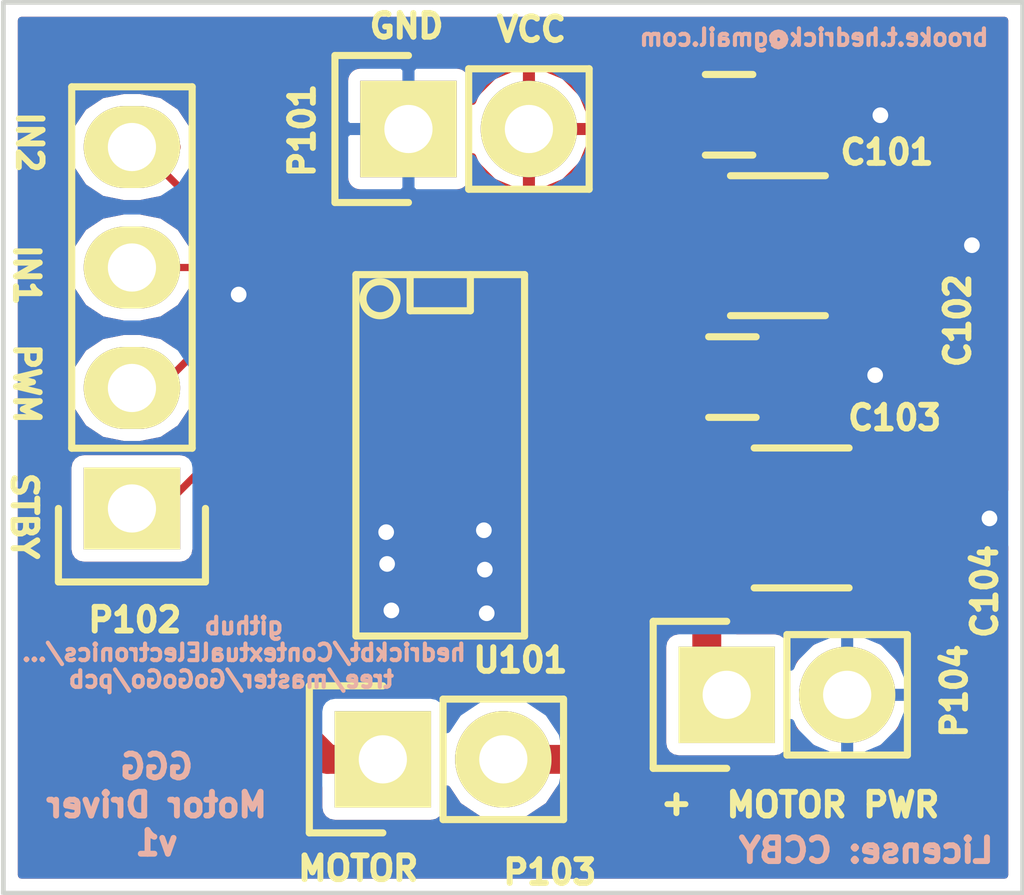
<source format=kicad_pcb>
(kicad_pcb (version 4) (host pcbnew 4.0.1-stable)

  (general
    (links 29)
    (no_connects 0)
    (area 128.649999 96.799999 150.328202 115.7549)
    (thickness 1.6)
    (drawings 17)
    (tracks 103)
    (zones 0)
    (modules 9)
    (nets 10)
  )

  (page A4)
  (layers
    (0 F.Cu signal hide)
    (31 B.Cu signal)
    (32 B.Adhes user)
    (33 F.Adhes user)
    (34 B.Paste user)
    (35 F.Paste user)
    (36 B.SilkS user)
    (37 F.SilkS user)
    (38 B.Mask user)
    (39 F.Mask user)
    (40 Dwgs.User user)
    (41 Cmts.User user)
    (42 Eco1.User user)
    (43 Eco2.User user)
    (44 Edge.Cuts user)
    (45 Margin user)
    (46 B.CrtYd user)
    (47 F.CrtYd user)
    (48 B.Fab user)
    (49 F.Fab user)
  )

  (setup
    (last_trace_width 0.1524)
    (user_trace_width 0.3048)
    (user_trace_width 0.6096)
    (trace_clearance 0.1524)
    (zone_clearance 0.254)
    (zone_45_only no)
    (trace_min 0.1524)
    (segment_width 0.2)
    (edge_width 0.1)
    (via_size 0.6858)
    (via_drill 0.3302)
    (via_min_size 0.6858)
    (via_min_drill 0.3302)
    (uvia_size 0.2794)
    (uvia_drill 0.0762)
    (uvias_allowed no)
    (uvia_min_size 0.2794)
    (uvia_min_drill 0.0762)
    (pcb_text_width 0.3)
    (pcb_text_size 1.5 1.5)
    (mod_edge_width 0.15)
    (mod_text_size 0.5 0.5)
    (mod_text_width 0.125)
    (pad_size 1.5 1.5)
    (pad_drill 0.6)
    (pad_to_mask_clearance 0)
    (aux_axis_origin 0 0)
    (visible_elements 7FFEFF7F)
    (pcbplotparams
      (layerselection 0x010fc_80000001)
      (usegerberextensions true)
      (excludeedgelayer true)
      (linewidth 0.100000)
      (plotframeref false)
      (viasonmask false)
      (mode 1)
      (useauxorigin false)
      (hpglpennumber 1)
      (hpglpenspeed 20)
      (hpglpendiameter 15)
      (hpglpenoverlay 2)
      (psnegative false)
      (psa4output false)
      (plotreference true)
      (plotvalue true)
      (plotinvisibletext false)
      (padsonsilk false)
      (subtractmaskfromsilk false)
      (outputformat 1)
      (mirror false)
      (drillshape 0)
      (scaleselection 1)
      (outputdirectory ../../gerber/MotorDriver))
  )

  (net 0 "")
  (net 1 "Net-(C101-Pad1)")
  (net 2 GND)
  (net 3 /PM+)
  (net 4 /PWM)
  (net 5 /IN2)
  (net 6 /IN1)
  (net 7 /STBY)
  (net 8 /M+)
  (net 9 "Net-(P103-Pad2)")

  (net_class Default "This is the default net class."
    (clearance 0.1524)
    (trace_width 0.1524)
    (via_dia 0.6858)
    (via_drill 0.3302)
    (uvia_dia 0.2794)
    (uvia_drill 0.0762)
    (add_net /IN1)
    (add_net /IN2)
    (add_net /M+)
    (add_net /PM+)
    (add_net /PWM)
    (add_net /STBY)
    (add_net GND)
    (add_net "Net-(C101-Pad1)")
    (add_net "Net-(P103-Pad2)")
  )

  (module Capacitors_SMD:C_0805_HandSoldering (layer F.Cu) (tedit 55ADC27F) (tstamp 55AD4503)
    (at 144 99.22)
    (descr "Capacitor SMD 0805, hand soldering")
    (tags "capacitor 0805")
    (path /55AD4EC6)
    (attr smd)
    (fp_text reference C101 (at 3.33 0.79 180) (layer F.SilkS)
      (effects (font (size 0.5 0.5) (thickness 0.125)))
    )
    (fp_text value 0.1uf (at 0 2.1) (layer F.Fab) hide
      (effects (font (size 0.5 0.5) (thickness 0.125)))
    )
    (fp_line (start -2.3 -1) (end 2.3 -1) (layer F.CrtYd) (width 0.05))
    (fp_line (start -2.3 1) (end 2.3 1) (layer F.CrtYd) (width 0.05))
    (fp_line (start -2.3 -1) (end -2.3 1) (layer F.CrtYd) (width 0.05))
    (fp_line (start 2.3 -1) (end 2.3 1) (layer F.CrtYd) (width 0.05))
    (fp_line (start 0.5 -0.85) (end -0.5 -0.85) (layer F.SilkS) (width 0.15))
    (fp_line (start -0.5 0.85) (end 0.5 0.85) (layer F.SilkS) (width 0.15))
    (pad 1 smd rect (at -1.25 0) (size 1.5 1.25) (layers F.Cu F.Paste F.Mask)
      (net 1 "Net-(C101-Pad1)"))
    (pad 2 smd rect (at 1.25 0) (size 1.5 1.25) (layers F.Cu F.Paste F.Mask)
      (net 2 GND))
    (model Capacitors_SMD.3dshapes/C_0805_HandSoldering.wrl
      (at (xyz 0 0 0))
      (scale (xyz 1 1 1))
      (rotate (xyz 0 0 0))
    )
  )

  (module Capacitors_SMD:C_1210_HandSoldering (layer F.Cu) (tedit 55ADC277) (tstamp 55AD4509)
    (at 145.03 101.98)
    (descr "Capacitor SMD 1210, hand soldering")
    (tags "capacitor 1210")
    (path /55AD4F1B)
    (attr smd)
    (fp_text reference C102 (at 3.79 1.58 90) (layer F.SilkS)
      (effects (font (size 0.5 0.5) (thickness 0.125)))
    )
    (fp_text value 10uf (at 0 2.7) (layer F.Fab) hide
      (effects (font (size 0.5 0.5) (thickness 0.125)))
    )
    (fp_line (start -3.3 -1.6) (end 3.3 -1.6) (layer F.CrtYd) (width 0.05))
    (fp_line (start -3.3 1.6) (end 3.3 1.6) (layer F.CrtYd) (width 0.05))
    (fp_line (start -3.3 -1.6) (end -3.3 1.6) (layer F.CrtYd) (width 0.05))
    (fp_line (start 3.3 -1.6) (end 3.3 1.6) (layer F.CrtYd) (width 0.05))
    (fp_line (start 1 -1.475) (end -1 -1.475) (layer F.SilkS) (width 0.15))
    (fp_line (start -1 1.475) (end 1 1.475) (layer F.SilkS) (width 0.15))
    (pad 1 smd rect (at -2 0) (size 2 2.5) (layers F.Cu F.Paste F.Mask)
      (net 1 "Net-(C101-Pad1)"))
    (pad 2 smd rect (at 2 0) (size 2 2.5) (layers F.Cu F.Paste F.Mask)
      (net 2 GND))
    (model Capacitors_SMD.3dshapes/C_1210_HandSoldering.wrl
      (at (xyz 0 0 0))
      (scale (xyz 1 1 1))
      (rotate (xyz 0 0 0))
    )
  )

  (module Capacitors_SMD:C_0805_HandSoldering (layer F.Cu) (tedit 55ADC271) (tstamp 55AD450F)
    (at 144.07 104.75)
    (descr "Capacitor SMD 0805, hand soldering")
    (tags "capacitor 0805")
    (path /55AD3DC3)
    (attr smd)
    (fp_text reference C103 (at 3.42 0.86 180) (layer F.SilkS)
      (effects (font (size 0.5 0.5) (thickness 0.125)))
    )
    (fp_text value 0.1uf (at 0 2.1) (layer F.Fab) hide
      (effects (font (size 0.5 0.5) (thickness 0.125)))
    )
    (fp_line (start -2.3 -1) (end 2.3 -1) (layer F.CrtYd) (width 0.05))
    (fp_line (start -2.3 1) (end 2.3 1) (layer F.CrtYd) (width 0.05))
    (fp_line (start -2.3 -1) (end -2.3 1) (layer F.CrtYd) (width 0.05))
    (fp_line (start 2.3 -1) (end 2.3 1) (layer F.CrtYd) (width 0.05))
    (fp_line (start 0.5 -0.85) (end -0.5 -0.85) (layer F.SilkS) (width 0.15))
    (fp_line (start -0.5 0.85) (end 0.5 0.85) (layer F.SilkS) (width 0.15))
    (pad 1 smd rect (at -1.25 0) (size 1.5 1.25) (layers F.Cu F.Paste F.Mask)
      (net 3 /PM+))
    (pad 2 smd rect (at 1.25 0) (size 1.5 1.25) (layers F.Cu F.Paste F.Mask)
      (net 2 GND))
    (model Capacitors_SMD.3dshapes/C_0805_HandSoldering.wrl
      (at (xyz 0 0 0))
      (scale (xyz 1 1 1))
      (rotate (xyz 0 0 0))
    )
  )

  (module Capacitors_SMD:C_1210_HandSoldering (layer F.Cu) (tedit 55ADC289) (tstamp 55AD4515)
    (at 145.53 107.72)
    (descr "Capacitor SMD 1210, hand soldering")
    (tags "capacitor 1210")
    (path /55AD3DEE)
    (attr smd)
    (fp_text reference C104 (at 3.86 1.55 270) (layer F.SilkS)
      (effects (font (size 0.5 0.5) (thickness 0.125)))
    )
    (fp_text value 10uf (at 0 2.7) (layer F.Fab) hide
      (effects (font (size 0.5 0.5) (thickness 0.125)))
    )
    (fp_line (start -3.3 -1.6) (end 3.3 -1.6) (layer F.CrtYd) (width 0.05))
    (fp_line (start -3.3 1.6) (end 3.3 1.6) (layer F.CrtYd) (width 0.05))
    (fp_line (start -3.3 -1.6) (end -3.3 1.6) (layer F.CrtYd) (width 0.05))
    (fp_line (start 3.3 -1.6) (end 3.3 1.6) (layer F.CrtYd) (width 0.05))
    (fp_line (start 1 -1.475) (end -1 -1.475) (layer F.SilkS) (width 0.15))
    (fp_line (start -1 1.475) (end 1 1.475) (layer F.SilkS) (width 0.15))
    (pad 1 smd rect (at -2 0) (size 2 2.5) (layers F.Cu F.Paste F.Mask)
      (net 3 /PM+))
    (pad 2 smd rect (at 2 0) (size 2 2.5) (layers F.Cu F.Paste F.Mask)
      (net 2 GND))
    (model Capacitors_SMD.3dshapes/C_1210_HandSoldering.wrl
      (at (xyz 0 0 0))
      (scale (xyz 1 1 1))
      (rotate (xyz 0 0 0))
    )
  )

  (module Pin_Headers:Pin_Header_Straight_1x02 (layer F.Cu) (tedit 55ADAB03) (tstamp 55ADB0CC)
    (at 137.24 99.52 90)
    (descr "Through hole pin header")
    (tags "pin header")
    (path /55AD4D74)
    (fp_text reference P101 (at -0.03 -2.24 90) (layer F.SilkS)
      (effects (font (size 0.5 0.5) (thickness 0.125)))
    )
    (fp_text value CONN_01X02 (at 0 -3.1 90) (layer F.Fab) hide
      (effects (font (size 0.5 0.5) (thickness 0.125)))
    )
    (fp_line (start 1.27 1.27) (end 1.27 3.81) (layer F.SilkS) (width 0.15))
    (fp_line (start 1.55 -1.55) (end 1.55 0) (layer F.SilkS) (width 0.15))
    (fp_line (start -1.75 -1.75) (end -1.75 4.3) (layer F.CrtYd) (width 0.05))
    (fp_line (start 1.75 -1.75) (end 1.75 4.3) (layer F.CrtYd) (width 0.05))
    (fp_line (start -1.75 -1.75) (end 1.75 -1.75) (layer F.CrtYd) (width 0.05))
    (fp_line (start -1.75 4.3) (end 1.75 4.3) (layer F.CrtYd) (width 0.05))
    (fp_line (start 1.27 1.27) (end -1.27 1.27) (layer F.SilkS) (width 0.15))
    (fp_line (start -1.55 0) (end -1.55 -1.55) (layer F.SilkS) (width 0.15))
    (fp_line (start -1.55 -1.55) (end 1.55 -1.55) (layer F.SilkS) (width 0.15))
    (fp_line (start -1.27 1.27) (end -1.27 3.81) (layer F.SilkS) (width 0.15))
    (fp_line (start -1.27 3.81) (end 1.27 3.81) (layer F.SilkS) (width 0.15))
    (pad 1 thru_hole rect (at 0 0 90) (size 2.032 2.032) (drill 1.016) (layers *.Cu *.Mask F.SilkS)
      (net 2 GND))
    (pad 2 thru_hole oval (at 0 2.54 90) (size 2.032 2.032) (drill 1.016) (layers *.Cu *.Mask F.SilkS)
      (net 1 "Net-(C101-Pad1)"))
    (model Pin_Headers.3dshapes/Pin_Header_Straight_1x02.wrl
      (at (xyz 0 -0.05 0))
      (scale (xyz 1 1 1))
      (rotate (xyz 0 0 90))
    )
  )

  (module Pin_Headers:Pin_Header_Straight_1x04 (layer F.Cu) (tedit 55ADACEA) (tstamp 55ADB0E0)
    (at 131.41 107.52 180)
    (descr "Through hole pin header")
    (tags "pin header")
    (path /55AD46A6)
    (fp_text reference P102 (at -0.06 -2.35 180) (layer F.SilkS)
      (effects (font (size 0.5 0.5) (thickness 0.125)))
    )
    (fp_text value CONN_01X04 (at 0 -3.1 180) (layer F.Fab) hide
      (effects (font (size 0.5 0.5) (thickness 0.125)))
    )
    (fp_line (start -1.75 -1.75) (end -1.75 9.4) (layer F.CrtYd) (width 0.05))
    (fp_line (start 1.75 -1.75) (end 1.75 9.4) (layer F.CrtYd) (width 0.05))
    (fp_line (start -1.75 -1.75) (end 1.75 -1.75) (layer F.CrtYd) (width 0.05))
    (fp_line (start -1.75 9.4) (end 1.75 9.4) (layer F.CrtYd) (width 0.05))
    (fp_line (start -1.27 1.27) (end -1.27 8.89) (layer F.SilkS) (width 0.15))
    (fp_line (start 1.27 1.27) (end 1.27 8.89) (layer F.SilkS) (width 0.15))
    (fp_line (start 1.55 -1.55) (end 1.55 0) (layer F.SilkS) (width 0.15))
    (fp_line (start -1.27 8.89) (end 1.27 8.89) (layer F.SilkS) (width 0.15))
    (fp_line (start 1.27 1.27) (end -1.27 1.27) (layer F.SilkS) (width 0.15))
    (fp_line (start -1.55 0) (end -1.55 -1.55) (layer F.SilkS) (width 0.15))
    (fp_line (start -1.55 -1.55) (end 1.55 -1.55) (layer F.SilkS) (width 0.15))
    (pad 1 thru_hole rect (at 0 0 180) (size 2.032 1.7272) (drill 1.016) (layers *.Cu *.Mask F.SilkS)
      (net 7 /STBY))
    (pad 2 thru_hole oval (at 0 2.54 180) (size 2.032 1.7272) (drill 1.016) (layers *.Cu *.Mask F.SilkS)
      (net 4 /PWM))
    (pad 3 thru_hole oval (at 0 5.08 180) (size 2.032 1.7272) (drill 1.016) (layers *.Cu *.Mask F.SilkS)
      (net 6 /IN1))
    (pad 4 thru_hole oval (at 0 7.62 180) (size 2.032 1.7272) (drill 1.016) (layers *.Cu *.Mask F.SilkS)
      (net 5 /IN2))
    (model Pin_Headers.3dshapes/Pin_Header_Straight_1x04.wrl
      (at (xyz 0 -0.15 0))
      (scale (xyz 1 1 1))
      (rotate (xyz 0 0 90))
    )
  )

  (module Pin_Headers:Pin_Header_Straight_1x02 (layer F.Cu) (tedit 55ADAAF4) (tstamp 55AD4529)
    (at 136.7 112.81 90)
    (descr "Through hole pin header")
    (tags "pin header")
    (path /55AD3F2F)
    (fp_text reference P103 (at -2.38 3.52 180) (layer F.SilkS)
      (effects (font (size 0.5 0.5) (thickness 0.125)))
    )
    (fp_text value CONN_01X02 (at 0 -3.1 90) (layer F.Fab) hide
      (effects (font (size 0.5 0.5) (thickness 0.125)))
    )
    (fp_line (start 1.27 1.27) (end 1.27 3.81) (layer F.SilkS) (width 0.15))
    (fp_line (start 1.55 -1.55) (end 1.55 0) (layer F.SilkS) (width 0.15))
    (fp_line (start -1.75 -1.75) (end -1.75 4.3) (layer F.CrtYd) (width 0.05))
    (fp_line (start 1.75 -1.75) (end 1.75 4.3) (layer F.CrtYd) (width 0.05))
    (fp_line (start -1.75 -1.75) (end 1.75 -1.75) (layer F.CrtYd) (width 0.05))
    (fp_line (start -1.75 4.3) (end 1.75 4.3) (layer F.CrtYd) (width 0.05))
    (fp_line (start 1.27 1.27) (end -1.27 1.27) (layer F.SilkS) (width 0.15))
    (fp_line (start -1.55 0) (end -1.55 -1.55) (layer F.SilkS) (width 0.15))
    (fp_line (start -1.55 -1.55) (end 1.55 -1.55) (layer F.SilkS) (width 0.15))
    (fp_line (start -1.27 1.27) (end -1.27 3.81) (layer F.SilkS) (width 0.15))
    (fp_line (start -1.27 3.81) (end 1.27 3.81) (layer F.SilkS) (width 0.15))
    (pad 1 thru_hole rect (at 0 0 90) (size 2.032 2.032) (drill 1.016) (layers *.Cu *.Mask F.SilkS)
      (net 8 /M+))
    (pad 2 thru_hole oval (at 0 2.54 90) (size 2.032 2.032) (drill 1.016) (layers *.Cu *.Mask F.SilkS)
      (net 9 "Net-(P103-Pad2)"))
    (model Pin_Headers.3dshapes/Pin_Header_Straight_1x02.wrl
      (at (xyz 0 -0.05 0))
      (scale (xyz 1 1 1))
      (rotate (xyz 0 0 90))
    )
  )

  (module Pin_Headers:Pin_Header_Straight_1x02 (layer F.Cu) (tedit 55ADB451) (tstamp 55AD452F)
    (at 143.95 111.45 90)
    (descr "Through hole pin header")
    (tags "pin header")
    (path /55AD3E97)
    (fp_text reference P104 (at 0.08 4.8 270) (layer F.SilkS)
      (effects (font (size 0.5 0.5) (thickness 0.125)))
    )
    (fp_text value CONN_01X02 (at 0 -3.1 90) (layer F.Fab) hide
      (effects (font (size 0.5 0.5) (thickness 0.125)))
    )
    (fp_line (start 1.27 1.27) (end 1.27 3.81) (layer F.SilkS) (width 0.15))
    (fp_line (start 1.55 -1.55) (end 1.55 0) (layer F.SilkS) (width 0.15))
    (fp_line (start -1.75 -1.75) (end -1.75 4.3) (layer F.CrtYd) (width 0.05))
    (fp_line (start 1.75 -1.75) (end 1.75 4.3) (layer F.CrtYd) (width 0.05))
    (fp_line (start -1.75 -1.75) (end 1.75 -1.75) (layer F.CrtYd) (width 0.05))
    (fp_line (start -1.75 4.3) (end 1.75 4.3) (layer F.CrtYd) (width 0.05))
    (fp_line (start 1.27 1.27) (end -1.27 1.27) (layer F.SilkS) (width 0.15))
    (fp_line (start -1.55 0) (end -1.55 -1.55) (layer F.SilkS) (width 0.15))
    (fp_line (start -1.55 -1.55) (end 1.55 -1.55) (layer F.SilkS) (width 0.15))
    (fp_line (start -1.27 1.27) (end -1.27 3.81) (layer F.SilkS) (width 0.15))
    (fp_line (start -1.27 3.81) (end 1.27 3.81) (layer F.SilkS) (width 0.15))
    (pad 1 thru_hole rect (at 0 0 90) (size 2.032 2.032) (drill 1.016) (layers *.Cu *.Mask F.SilkS)
      (net 3 /PM+))
    (pad 2 thru_hole oval (at 0 2.54 90) (size 2.032 2.032) (drill 1.016) (layers *.Cu *.Mask F.SilkS)
      (net 2 GND))
    (model Pin_Headers.3dshapes/Pin_Header_Straight_1x02.wrl
      (at (xyz 0 -0.05 0))
      (scale (xyz 1 1 1))
      (rotate (xyz 0 0 90))
    )
  )

  (module SMD_Packages:SSOP-20 (layer F.Cu) (tedit 55ADAD07) (tstamp 55AD4547)
    (at 137.91 106.4 270)
    (descr "SSOP 20 pins")
    (tags "CMS SSOP SMD")
    (path /55AAE95A)
    (attr smd)
    (fp_text reference U101 (at 4.32 -1.69 360) (layer F.SilkS)
      (effects (font (size 0.5 0.5) (thickness 0.125)))
    )
    (fp_text value TB6593FNG (at 0 0.635 270) (layer F.Fab) hide
      (effects (font (size 0.5 0.5) (thickness 0.125)))
    )
    (fp_line (start 3.81 -1.778) (end -3.81 -1.778) (layer F.SilkS) (width 0.15))
    (fp_line (start -3.81 1.778) (end 3.81 1.778) (layer F.SilkS) (width 0.15))
    (fp_line (start 3.81 -1.778) (end 3.81 1.778) (layer F.SilkS) (width 0.15))
    (fp_line (start -3.81 1.778) (end -3.81 -1.778) (layer F.SilkS) (width 0.15))
    (fp_circle (center -3.302 1.27) (end -3.556 1.016) (layer F.SilkS) (width 0.15))
    (fp_line (start -3.81 -0.635) (end -3.048 -0.635) (layer F.SilkS) (width 0.15))
    (fp_line (start -3.048 -0.635) (end -3.048 0.635) (layer F.SilkS) (width 0.15))
    (fp_line (start -3.048 0.635) (end -3.81 0.635) (layer F.SilkS) (width 0.15))
    (pad 1 smd rect (at -2.921 2.667 270) (size 0.4064 1.27) (layers F.Cu F.Paste F.Mask)
      (net 2 GND))
    (pad 2 smd rect (at -2.286 2.667 270) (size 0.4064 1.27) (layers F.Cu F.Paste F.Mask)
      (net 4 /PWM))
    (pad 3 smd rect (at -1.6256 2.667 270) (size 0.4064 1.27) (layers F.Cu F.Paste F.Mask)
      (net 7 /STBY))
    (pad 4 smd rect (at -0.9652 2.667 270) (size 0.4064 1.27) (layers F.Cu F.Paste F.Mask)
      (net 3 /PM+))
    (pad 5 smd rect (at -0.3302 2.667 270) (size 0.4064 1.27) (layers F.Cu F.Paste F.Mask)
      (net 3 /PM+))
    (pad 6 smd rect (at 0.3302 2.667 270) (size 0.4064 1.27) (layers F.Cu F.Paste F.Mask)
      (net 8 /M+))
    (pad 7 smd rect (at 0.9906 2.667 270) (size 0.4064 1.27) (layers F.Cu F.Paste F.Mask)
      (net 8 /M+))
    (pad 8 smd rect (at 1.6256 2.667 270) (size 0.4064 1.27) (layers F.Cu F.Paste F.Mask)
      (net 2 GND))
    (pad 9 smd rect (at 2.286 2.667 270) (size 0.4064 1.27) (layers F.Cu F.Paste F.Mask)
      (net 2 GND))
    (pad 10 smd rect (at 2.921 2.667 270) (size 0.4064 1.27) (layers F.Cu F.Paste F.Mask)
      (net 2 GND))
    (pad 11 smd rect (at 2.921 -2.667 270) (size 0.4064 1.27) (layers F.Cu F.Paste F.Mask)
      (net 2 GND))
    (pad 12 smd rect (at 2.286 -2.667 270) (size 0.4064 1.27) (layers F.Cu F.Paste F.Mask)
      (net 2 GND))
    (pad 13 smd rect (at 1.6256 -2.667 270) (size 0.4064 1.27) (layers F.Cu F.Paste F.Mask)
      (net 2 GND))
    (pad 14 smd rect (at 0.9906 -2.667 270) (size 0.4064 1.27) (layers F.Cu F.Paste F.Mask)
      (net 9 "Net-(P103-Pad2)"))
    (pad 15 smd rect (at 0.3302 -2.667 270) (size 0.4064 1.27) (layers F.Cu F.Paste F.Mask)
      (net 9 "Net-(P103-Pad2)"))
    (pad 16 smd rect (at -0.3302 -2.667 270) (size 0.4064 1.27) (layers F.Cu F.Paste F.Mask)
      (net 3 /PM+))
    (pad 17 smd rect (at -0.9652 -2.667 270) (size 0.4064 1.27) (layers F.Cu F.Paste F.Mask)
      (net 3 /PM+))
    (pad 18 smd rect (at -1.6256 -2.667 270) (size 0.4064 1.27) (layers F.Cu F.Paste F.Mask)
      (net 6 /IN1))
    (pad 19 smd rect (at -2.286 -2.667 270) (size 0.4064 1.27) (layers F.Cu F.Paste F.Mask)
      (net 5 /IN2))
    (pad 20 smd rect (at -2.921 -2.667 270) (size 0.4064 1.27) (layers F.Cu F.Paste F.Mask)
      (net 1 "Net-(C101-Pad1)"))
    (model SMD_Packages.3dshapes/SSOP-20.wrl
      (at (xyz 0 0 0))
      (scale (xyz 0.255 0.33 0.3))
      (rotate (xyz 0 0 0))
    )
  )

  (gr_text "License: CCBY" (at 146.89 114.73) (layer B.SilkS)
    (effects (font (size 0.5 0.5) (thickness 0.125)) (justify mirror))
  )
  (gr_text "github\nhedrickbt/ContextualElectronics/...\n  tree/master/GoGoGo/pcb" (at 133.77 110.56) (layer B.SilkS)
    (effects (font (size 0.35 0.35) (thickness 0.0875)) (justify mirror))
  )
  (gr_text brooke.t.hedrick@gmail.com (at 145.79 97.59) (layer B.SilkS)
    (effects (font (size 0.35 0.35) (thickness 0.0875)) (justify mirror))
  )
  (gr_text "GGG\nMotor Driver\nv1" (at 131.93 113.77) (layer B.SilkS)
    (effects (font (size 0.5 0.5) (thickness 0.125)) (justify mirror))
  )
  (gr_line (start 150.19 96.85) (end 128.7 96.85) (angle 90) (layer Edge.Cuts) (width 0.1))
  (gr_line (start 150.19 115.63) (end 150.19 96.85) (angle 90) (layer Edge.Cuts) (width 0.1))
  (gr_line (start 128.7 115.63) (end 150.19 115.63) (angle 90) (layer Edge.Cuts) (width 0.1))
  (gr_line (start 128.7 96.85) (end 128.7 115.63) (angle 90) (layer Edge.Cuts) (width 0.1))
  (gr_text GND (at 137.2 97.35) (layer F.SilkS)
    (effects (font (size 0.5 0.5) (thickness 0.125)))
  )
  (gr_text VCC (at 139.83 97.42) (layer F.SilkS)
    (effects (font (size 0.5 0.5) (thickness 0.125)))
  )
  (gr_text + (at 142.89 113.72) (layer F.SilkS)
    (effects (font (size 0.5 0.5) (thickness 0.125)))
  )
  (gr_text "MOTOR PWR" (at 146.19 113.77) (layer F.SilkS)
    (effects (font (size 0.5 0.5) (thickness 0.125)))
  )
  (gr_text MOTOR (at 136.18 115.11) (layer F.SilkS)
    (effects (font (size 0.5 0.5) (thickness 0.125)))
  )
  (gr_text IN2 (at 129.25 99.8 270) (layer F.SilkS)
    (effects (font (size 0.5 0.5) (thickness 0.125)))
  )
  (gr_text IN1 (at 129.19 102.6 270) (layer F.SilkS)
    (effects (font (size 0.5 0.5) (thickness 0.125)))
  )
  (gr_text PWM (at 129.19 104.89 270) (layer F.SilkS)
    (effects (font (size 0.5 0.5) (thickness 0.125)))
  )
  (gr_text STBY (at 129.14 107.68 270) (layer F.SilkS)
    (effects (font (size 0.5 0.5) (thickness 0.125)))
  )

  (segment (start 136.79 108.69) (end 138.73 108.69) (width 0.3048) (layer F.Cu) (net 2))
  (segment (start 138.73 108.69) (end 138.85 108.81) (width 0.3048) (layer F.Cu) (net 2) (tstamp 55ADBDAA))
  (segment (start 138.974 108.686) (end 140.577 108.686) (width 0.3048) (layer F.Cu) (net 2))
  (via (at 138.85 108.81) (size 0.6858) (layers F.Cu B.Cu) (net 2))
  (segment (start 138.974 108.686) (end 138.85 108.81) (width 0.3048) (layer F.Cu) (net 2) (tstamp 55ADBD8B))
  (segment (start 135.243 108.686) (end 136.786 108.686) (width 0.3048) (layer F.Cu) (net 2))
  (via (at 136.79 108.69) (size 0.6858) (layers F.Cu B.Cu) (net 2))
  (segment (start 136.786 108.686) (end 136.79 108.69) (width 0.3048) (layer F.Cu) (net 2) (tstamp 55ADBD70))
  (segment (start 147.53 107.72) (end 149.48 107.72) (width 0.6096) (layer F.Cu) (net 2))
  (segment (start 149.49 107.73) (end 149.5 107.73) (width 0.6096) (layer B.Cu) (net 2) (tstamp 55ADBE92))
  (via (at 149.49 107.73) (size 0.6858) (layers F.Cu B.Cu) (net 2))
  (segment (start 149.48 107.72) (end 149.49 107.73) (width 0.6096) (layer F.Cu) (net 2) (tstamp 55ADBE8D))
  (segment (start 145.32 104.75) (end 147.04 104.75) (width 0.6096) (layer F.Cu) (net 2))
  (via (at 147.08 104.71) (size 0.6858) (layers F.Cu B.Cu) (net 2))
  (segment (start 147.04 104.75) (end 147.08 104.71) (width 0.6096) (layer F.Cu) (net 2) (tstamp 55ADBE80))
  (segment (start 147.03 101.98) (end 149.11 101.98) (width 0.6096) (layer F.Cu) (net 2))
  (via (at 149.12 101.97) (size 0.6858) (layers F.Cu B.Cu) (net 2))
  (segment (start 149.11 101.98) (end 149.12 101.97) (width 0.6096) (layer F.Cu) (net 2) (tstamp 55ADBE75))
  (segment (start 145.25 99.22) (end 147.18 99.22) (width 0.6096) (layer F.Cu) (net 2))
  (via (at 147.19 99.23) (size 0.6858) (layers F.Cu B.Cu) (net 2))
  (segment (start 147.18 99.22) (end 147.19 99.23) (width 0.6096) (layer F.Cu) (net 2) (tstamp 55ADBE67))
  (segment (start 136.88 109.67) (end 138.83 109.67) (width 0.3048) (layer F.Cu) (net 2))
  (segment (start 136.531 109.321) (end 136.88 109.67) (width 0.3048) (layer F.Cu) (net 2) (tstamp 55ADBD76))
  (via (at 136.88 109.67) (size 0.6858) (layers F.Cu B.Cu) (net 2))
  (segment (start 135.243 109.321) (end 136.531 109.321) (width 0.3048) (layer F.Cu) (net 2))
  (segment (start 139.299 109.321) (end 138.89 109.73) (width 0.3048) (layer F.Cu) (net 2) (tstamp 55ADBD91))
  (via (at 138.89 109.73) (size 0.6858) (layers F.Cu B.Cu) (net 2))
  (segment (start 139.299 109.321) (end 140.577 109.321) (width 0.3048) (layer F.Cu) (net 2))
  (segment (start 138.83 109.67) (end 138.89 109.73) (width 0.3048) (layer F.Cu) (net 2) (tstamp 55ADBDAD))
  (segment (start 136.77 108.02) (end 138.79 108.02) (width 0.3048) (layer F.Cu) (net 2))
  (segment (start 136.7644 108.0256) (end 136.77 108.02) (width 0.3048) (layer F.Cu) (net 2) (tstamp 55ADBD66))
  (via (at 136.77 108.02) (size 0.6858) (layers F.Cu B.Cu) (net 2))
  (segment (start 135.243 108.0256) (end 136.7644 108.0256) (width 0.3048) (layer F.Cu) (net 2))
  (segment (start 138.8756 108.0256) (end 138.83 107.98) (width 0.3048) (layer F.Cu) (net 2) (tstamp 55ADBD83))
  (via (at 138.83 107.98) (size 0.6858) (layers F.Cu B.Cu) (net 2))
  (segment (start 138.8756 108.0256) (end 140.577 108.0256) (width 0.3048) (layer F.Cu) (net 2))
  (segment (start 138.79 108.02) (end 138.83 107.98) (width 0.3048) (layer F.Cu) (net 2) (tstamp 55ADBDA7))
  (segment (start 134.129 103.479) (end 133.66 103.01) (width 0.254) (layer F.Cu) (net 2) (tstamp 55ADB2E6))
  (via (at 133.66 103.01) (size 0.889) (layers F.Cu B.Cu) (net 2))
  (segment (start 135.243 103.479) (end 134.129 103.479) (width 0.254) (layer F.Cu) (net 2))
  (segment (start 140.577 105.4348) (end 141.5952 105.4348) (width 0.3048) (layer F.Cu) (net 3))
  (segment (start 141.5952 105.4348) (end 142.28 104.75) (width 0.3048) (layer F.Cu) (net 3) (tstamp 55ADBDEC))
  (segment (start 142.28 104.75) (end 142.82 104.75) (width 0.3048) (layer F.Cu) (net 3) (tstamp 55ADBDF0))
  (segment (start 140.577 106.0698) (end 141.6202 106.0698) (width 0.3048) (layer F.Cu) (net 3))
  (segment (start 141.6202 106.0698) (end 142.82 104.87) (width 0.3048) (layer F.Cu) (net 3) (tstamp 55ADBDD9))
  (segment (start 142.82 104.87) (end 142.82 104.75) (width 0.3048) (layer F.Cu) (net 3) (tstamp 55ADBDE1))
  (segment (start 142.82 104.75) (end 142.82 107.01) (width 0.6096) (layer F.Cu) (net 3))
  (segment (start 142.82 107.01) (end 143.53 107.72) (width 0.6096) (layer F.Cu) (net 3) (tstamp 55ADBDD0))
  (segment (start 143.53 107.72) (end 143.53 111.03) (width 0.6096) (layer F.Cu) (net 3))
  (segment (start 143.53 111.03) (end 143.95 111.45) (width 0.6096) (layer F.Cu) (net 3) (tstamp 55ADBDC4))
  (segment (start 140.577 106.0698) (end 138.5098 106.0698) (width 0.3048) (layer F.Cu) (net 3))
  (segment (start 138.5098 106.0698) (end 138.45 106.01) (width 0.3048) (layer F.Cu) (net 3) (tstamp 55ADBCE4))
  (segment (start 135.243 106.0698) (end 137.2702 106.0698) (width 0.3048) (layer F.Cu) (net 3))
  (segment (start 137.2702 106.0698) (end 137.33 106.01) (width 0.3048) (layer F.Cu) (net 3) (tstamp 55ADBCE1))
  (segment (start 135.243 105.4348) (end 136.7548 105.4348) (width 0.3048) (layer F.Cu) (net 3))
  (segment (start 139 105.46) (end 140.5518 105.46) (width 0.3048) (layer F.Cu) (net 3) (tstamp 55ADBCCF))
  (segment (start 138.45 106.01) (end 139 105.46) (width 0.6096) (layer F.Cu) (net 3) (tstamp 55ADBCC8))
  (segment (start 137.33 106.01) (end 138.45 106.01) (width 0.6096) (layer F.Cu) (net 3) (tstamp 55ADBC9C))
  (segment (start 136.7548 105.4348) (end 137.33 106.01) (width 0.6096) (layer F.Cu) (net 3) (tstamp 55ADBC94))
  (segment (start 140.5518 105.46) (end 140.577 105.4348) (width 0.3048) (layer F.Cu) (net 3) (tstamp 55ADBCDD))
  (segment (start 143.95 108.14) (end 143.53 107.72) (width 0.254) (layer F.Cu) (net 3) (tstamp 55ADA90A))
  (segment (start 142.8052 104.7648) (end 142.82 104.75) (width 0.254) (layer F.Cu) (net 3) (tstamp 55ADA99A))
  (segment (start 143.29 107.48) (end 143.53 107.72) (width 0.254) (layer F.Cu) (net 3) (tstamp 55ADABD6))
  (segment (start 142.82 107.01) (end 143.53 107.72) (width 0.254) (layer F.Cu) (net 3) (tstamp 55ADAE96))
  (segment (start 142.82 105.21) (end 142.82 104.75) (width 0.254) (layer F.Cu) (net 3) (tstamp 55ADAEC8))
  (segment (start 131.41 104.98) (end 131.99 104.98) (width 0.1524) (layer F.Cu) (net 4))
  (segment (start 131.99 104.98) (end 132.856 104.114) (width 0.1524) (layer F.Cu) (net 4) (tstamp 55ADBE15))
  (segment (start 132.856 104.114) (end 135.243 104.114) (width 0.1524) (layer F.Cu) (net 4) (tstamp 55ADBE19))
  (segment (start 131.41 104.98) (end 131.98 104.98) (width 0.254) (layer F.Cu) (net 4))
  (segment (start 131.41 99.9) (end 131.56 99.9) (width 0.1524) (layer F.Cu) (net 5))
  (segment (start 131.56 99.9) (end 133.34 101.68) (width 0.1524) (layer F.Cu) (net 5) (tstamp 55ADBE3D))
  (segment (start 138.194 104.114) (end 140.577 104.114) (width 0.1524) (layer F.Cu) (net 5) (tstamp 55ADBE49))
  (segment (start 135.76 101.68) (end 138.194 104.114) (width 0.1524) (layer F.Cu) (net 5) (tstamp 55ADBE45))
  (segment (start 133.34 101.68) (end 135.76 101.68) (width 0.1524) (layer F.Cu) (net 5) (tstamp 55ADBE42))
  (segment (start 131.41 99.9) (end 132.31 99.9) (width 0.254) (layer F.Cu) (net 5))
  (segment (start 131.41 102.44) (end 132.99 102.44) (width 0.1524) (layer F.Cu) (net 6))
  (segment (start 138.1344 104.7744) (end 140.577 104.7744) (width 0.1524) (layer F.Cu) (net 6) (tstamp 55ADBE35))
  (segment (start 135.53 102.17) (end 138.1344 104.7744) (width 0.1524) (layer F.Cu) (net 6) (tstamp 55ADBE2E))
  (segment (start 133.26 102.17) (end 135.53 102.17) (width 0.1524) (layer F.Cu) (net 6) (tstamp 55ADBE29))
  (segment (start 132.99 102.44) (end 133.26 102.17) (width 0.1524) (layer F.Cu) (net 6) (tstamp 55ADBE26))
  (segment (start 131.41 107.52) (end 132.05 107.52) (width 0.1524) (layer F.Cu) (net 7))
  (segment (start 132.05 107.52) (end 133.87 105.7) (width 0.1524) (layer F.Cu) (net 7) (tstamp 55ADBDFE))
  (segment (start 133.9456 104.7744) (end 135.243 104.7744) (width 0.1524) (layer F.Cu) (net 7) (tstamp 55ADBE10))
  (segment (start 133.87 104.85) (end 133.9456 104.7744) (width 0.1524) (layer F.Cu) (net 7) (tstamp 55ADBE0F))
  (segment (start 133.87 105.7) (end 133.87 104.85) (width 0.1524) (layer F.Cu) (net 7) (tstamp 55ADBE0D))
  (segment (start 131.41 107.52) (end 131.7 107.52) (width 0.254) (layer F.Cu) (net 7))
  (segment (start 135.243 107.3906) (end 134.2294 107.3906) (width 0.3048) (layer F.Cu) (net 8))
  (segment (start 134.2294 107.3906) (end 133.67 107.95) (width 0.3048) (layer F.Cu) (net 8) (tstamp 55ADBC80))
  (segment (start 135.243 106.7302) (end 134.1698 106.7302) (width 0.3048) (layer F.Cu) (net 8))
  (segment (start 135.53 112.81) (end 136.7 112.81) (width 0.6096) (layer F.Cu) (net 8) (tstamp 55ADBC6B))
  (segment (start 133.67 110.95) (end 135.53 112.81) (width 0.6096) (layer F.Cu) (net 8) (tstamp 55ADBC64))
  (segment (start 133.67 107.23) (end 133.67 107.95) (width 0.6096) (layer F.Cu) (net 8) (tstamp 55ADBC5C))
  (segment (start 133.67 107.95) (end 133.67 110.95) (width 0.6096) (layer F.Cu) (net 8) (tstamp 55ADBC86))
  (segment (start 134.1698 106.7302) (end 133.67 107.23) (width 0.6096) (layer F.Cu) (net 8) (tstamp 55ADBC46))
  (segment (start 140.577 107.3906) (end 141.4406 107.3906) (width 0.3048) (layer F.Cu) (net 9))
  (segment (start 141.4406 107.3906) (end 141.91 107.86) (width 0.3048) (layer F.Cu) (net 9) (tstamp 55ADBD11))
  (segment (start 140.577 106.7302) (end 141.7402 106.7302) (width 0.3048) (layer F.Cu) (net 9))
  (segment (start 140.71 112.81) (end 139.24 112.81) (width 0.6096) (layer F.Cu) (net 9) (tstamp 55ADBD0C))
  (segment (start 141.91 111.61) (end 140.71 112.81) (width 0.6096) (layer F.Cu) (net 9) (tstamp 55ADBD09))
  (segment (start 141.91 106.9) (end 141.91 107.86) (width 0.6096) (layer F.Cu) (net 9) (tstamp 55ADBCFC))
  (segment (start 141.91 107.86) (end 141.91 111.61) (width 0.6096) (layer F.Cu) (net 9) (tstamp 55ADBD18))
  (segment (start 141.7402 106.7302) (end 141.91 106.9) (width 0.6096) (layer F.Cu) (net 9) (tstamp 55ADBCF6))
  (segment (start 139.24 112.81) (end 140.1 112.81) (width 0.254) (layer F.Cu) (net 9))

  (zone (net 1) (net_name "Net-(C101-Pad1)") (layer F.Cu) (tstamp 55ADC3D4) (hatch edge 0.508)
    (connect_pads (clearance 0.254))
    (min_thickness 0.1524)
    (fill yes (arc_segments 16) (thermal_gap 0.254) (thermal_bridge_width 0.254))
    (polygon
      (pts
        (xy 128.76 96.91) (xy 128.76 115.57) (xy 150.13 115.57) (xy 150.12 96.92)
      )
    )
    (filled_polygon
      (pts
        (xy 149.8098 115.2498) (xy 147.8362 115.2498) (xy 147.8362 111.476374) (xy 147.8362 111.423626) (xy 147.733727 110.908458)
        (xy 147.441907 110.471719) (xy 147.005168 110.179899) (xy 146.49 110.077426) (xy 145.974832 110.179899) (xy 145.538093 110.471719)
        (xy 145.302669 110.824055) (xy 145.302669 110.434) (xy 145.278241 110.308096) (xy 145.20555 110.197438) (xy 145.095813 110.123364)
        (xy 144.966 110.097331) (xy 144.165 110.097331) (xy 144.165 109.306669) (xy 144.53 109.306669) (xy 144.655904 109.282241)
        (xy 144.766562 109.20955) (xy 144.840636 109.099813) (xy 144.866669 108.97) (xy 144.866669 106.47) (xy 144.842241 106.344096)
        (xy 144.76955 106.233438) (xy 144.659813 106.159364) (xy 144.53 106.133331) (xy 143.455 106.133331) (xy 143.455 105.711669)
        (xy 143.57 105.711669) (xy 143.695904 105.687241) (xy 143.806562 105.61455) (xy 143.880636 105.504813) (xy 143.906669 105.375)
        (xy 143.906669 104.125) (xy 143.882241 103.999096) (xy 143.80955 103.888438) (xy 143.699813 103.814364) (xy 143.57 103.788331)
        (xy 142.9792 103.788331) (xy 142.9792 103.47765) (xy 142.9792 102.0308) (xy 142.9792 101.9292) (xy 142.9792 100.48235)
        (xy 142.89665 100.3998) (xy 142.6992 100.3998) (xy 142.6992 100.09265) (xy 142.6992 99.2708) (xy 142.6992 99.1692)
        (xy 142.6992 98.34735) (xy 142.61665 98.2648) (xy 141.934319 98.2648) (xy 141.812957 98.31507) (xy 141.72007 98.407957)
        (xy 141.6698 98.529319) (xy 141.6698 98.660681) (xy 141.6698 99.08665) (xy 141.75235 99.1692) (xy 142.6992 99.1692)
        (xy 142.6992 99.2708) (xy 141.75235 99.2708) (xy 141.6698 99.35335) (xy 141.6698 99.779319) (xy 141.6698 99.910681)
        (xy 141.72007 100.032043) (xy 141.812957 100.12493) (xy 141.934319 100.1752) (xy 142.61665 100.1752) (xy 142.6992 100.09265)
        (xy 142.6992 100.3998) (xy 141.964319 100.3998) (xy 141.842957 100.45007) (xy 141.75007 100.542957) (xy 141.6998 100.664319)
        (xy 141.6998 100.795681) (xy 141.6998 101.84665) (xy 141.78235 101.9292) (xy 142.9792 101.9292) (xy 142.9792 102.0308)
        (xy 141.78235 102.0308) (xy 141.6998 102.11335) (xy 141.6998 103.164319) (xy 141.6998 103.295681) (xy 141.75007 103.417043)
        (xy 141.842957 103.50993) (xy 141.964319 103.5602) (xy 142.89665 103.5602) (xy 142.9792 103.47765) (xy 142.9792 103.788331)
        (xy 142.07 103.788331) (xy 141.944096 103.812759) (xy 141.833438 103.88545) (xy 141.759364 103.995187) (xy 141.733331 104.125)
        (xy 141.733331 104.614169) (xy 141.548669 104.798831) (xy 141.548669 104.5712) (xy 141.524241 104.445296) (xy 141.523275 104.443825)
        (xy 141.548669 104.3172) (xy 141.548669 103.9108) (xy 141.525078 103.789214) (xy 141.5422 103.747881) (xy 141.5422 103.61235)
        (xy 141.5422 103.34565) (xy 141.5422 103.210119) (xy 141.49193 103.088757) (xy 141.399043 102.99587) (xy 141.277681 102.9456)
        (xy 141.146319 102.9456) (xy 141.100736 102.9456) (xy 141.100736 99.780617) (xy 141.100736 99.259383) (xy 140.900467 98.773798)
        (xy 140.529617 98.401815) (xy 140.044645 98.200066) (xy 140.040617 98.199268) (xy 139.8308 98.257372) (xy 139.8308 99.4692)
        (xy 141.042695 99.4692) (xy 141.100736 99.259383) (xy 141.100736 99.780617) (xy 141.042695 99.5708) (xy 139.8308 99.5708)
        (xy 139.8308 100.782628) (xy 140.040617 100.840732) (xy 140.044645 100.839934) (xy 140.529617 100.638185) (xy 140.900467 100.266202)
        (xy 141.100736 99.780617) (xy 141.100736 102.9456) (xy 140.71035 102.9456) (xy 140.6278 103.02815) (xy 140.6278 103.4282)
        (xy 141.45965 103.4282) (xy 141.5422 103.34565) (xy 141.5422 103.61235) (xy 141.45965 103.5298) (xy 140.6278 103.5298)
        (xy 140.6278 103.5498) (xy 140.5262 103.5498) (xy 140.5262 103.5298) (xy 140.5262 103.4282) (xy 140.5262 103.02815)
        (xy 140.44365 102.9456) (xy 140.007681 102.9456) (xy 139.876319 102.9456) (xy 139.754957 102.99587) (xy 139.7292 103.021627)
        (xy 139.7292 100.782628) (xy 139.7292 99.5708) (xy 139.7092 99.5708) (xy 139.7092 99.4692) (xy 139.7292 99.4692)
        (xy 139.7292 98.257372) (xy 139.519383 98.199268) (xy 139.515355 98.200066) (xy 139.030383 98.401815) (xy 138.659533 98.773798)
        (xy 138.592669 98.93592) (xy 138.592669 98.504) (xy 138.568241 98.378096) (xy 138.49555 98.267438) (xy 138.385813 98.193364)
        (xy 138.256 98.167331) (xy 136.224 98.167331) (xy 136.098096 98.191759) (xy 135.987438 98.26445) (xy 135.913364 98.374187)
        (xy 135.887331 98.504) (xy 135.887331 100.536) (xy 135.911759 100.661904) (xy 135.98445 100.772562) (xy 136.094187 100.846636)
        (xy 136.224 100.872669) (xy 138.256 100.872669) (xy 138.381904 100.848241) (xy 138.492562 100.77555) (xy 138.566636 100.665813)
        (xy 138.592669 100.536) (xy 138.592669 100.104079) (xy 138.659533 100.266202) (xy 139.030383 100.638185) (xy 139.515355 100.839934)
        (xy 139.519383 100.840732) (xy 139.7292 100.782628) (xy 139.7292 103.021627) (xy 139.66207 103.088757) (xy 139.6118 103.210119)
        (xy 139.6118 103.34565) (xy 139.69435 103.4282) (xy 140.5262 103.4282) (xy 140.5262 103.5298) (xy 139.69435 103.5298)
        (xy 139.6118 103.61235) (xy 139.6118 103.7076) (xy 138.362336 103.7076) (xy 136.047368 101.392632) (xy 135.915523 101.304535)
        (xy 135.76 101.2736) (xy 133.508336 101.2736) (xy 132.651599 100.416863) (xy 132.691701 100.356847) (xy 132.782574 99.9)
        (xy 132.691701 99.443153) (xy 132.432918 99.055856) (xy 132.045621 98.797073) (xy 131.588774 98.7062) (xy 131.231226 98.7062)
        (xy 130.774379 98.797073) (xy 130.387082 99.055856) (xy 130.128299 99.443153) (xy 130.037426 99.9) (xy 130.128299 100.356847)
        (xy 130.387082 100.744144) (xy 130.774379 101.002927) (xy 131.231226 101.0938) (xy 131.588774 101.0938) (xy 132.045621 101.002927)
        (xy 132.071139 100.985875) (xy 132.970264 101.885) (xy 132.821664 102.0336) (xy 132.701735 102.0336) (xy 132.691701 101.983153)
        (xy 132.432918 101.595856) (xy 132.045621 101.337073) (xy 131.588774 101.2462) (xy 131.231226 101.2462) (xy 130.774379 101.337073)
        (xy 130.387082 101.595856) (xy 130.128299 101.983153) (xy 130.037426 102.44) (xy 130.128299 102.896847) (xy 130.387082 103.284144)
        (xy 130.774379 103.542927) (xy 131.231226 103.6338) (xy 131.588774 103.6338) (xy 132.045621 103.542927) (xy 132.432918 103.284144)
        (xy 132.691701 102.896847) (xy 132.701735 102.8464) (xy 132.8891 102.8464) (xy 132.885435 102.855227) (xy 132.885166 103.163421)
        (xy 133.002859 103.448259) (xy 133.220595 103.666376) (xy 133.319873 103.7076) (xy 132.856 103.7076) (xy 132.700477 103.738535)
        (xy 132.568632 103.826632) (xy 132.328906 104.066357) (xy 132.045621 103.877073) (xy 131.588774 103.7862) (xy 131.231226 103.7862)
        (xy 130.774379 103.877073) (xy 130.387082 104.135856) (xy 130.128299 104.523153) (xy 130.037426 104.98) (xy 130.128299 105.436847)
        (xy 130.387082 105.824144) (xy 130.774379 106.082927) (xy 131.231226 106.1738) (xy 131.588774 106.1738) (xy 132.045621 106.082927)
        (xy 132.432918 105.824144) (xy 132.691701 105.436847) (xy 132.782574 104.98) (xy 132.746432 104.798303) (xy 133.024336 104.5204)
        (xy 133.624863 104.5204) (xy 133.582632 104.562632) (xy 133.494535 104.694477) (xy 133.4636 104.85) (xy 133.4636 105.531664)
        (xy 132.611745 106.383518) (xy 132.555813 106.345764) (xy 132.426 106.319731) (xy 130.394 106.319731) (xy 130.268096 106.344159)
        (xy 130.157438 106.41685) (xy 130.083364 106.526587) (xy 130.057331 106.6564) (xy 130.057331 108.3836) (xy 130.081759 108.509504)
        (xy 130.15445 108.620162) (xy 130.264187 108.694236) (xy 130.394 108.720269) (xy 132.426 108.720269) (xy 132.551904 108.695841)
        (xy 132.662562 108.62315) (xy 132.736636 108.513413) (xy 132.762669 108.3836) (xy 132.762669 107.382067) (xy 133.064861 107.079874)
        (xy 133.035 107.23) (xy 133.035 107.95) (xy 133.035 110.95) (xy 133.083336 111.193004) (xy 133.220987 111.399013)
        (xy 135.080987 113.259013) (xy 135.286996 113.396664) (xy 135.347331 113.408665) (xy 135.347331 113.826) (xy 135.371759 113.951904)
        (xy 135.44445 114.062562) (xy 135.554187 114.136636) (xy 135.684 114.162669) (xy 137.716 114.162669) (xy 137.841904 114.138241)
        (xy 137.952562 114.06555) (xy 138.026636 113.955813) (xy 138.052669 113.826) (xy 138.052669 113.435944) (xy 138.288093 113.788281)
        (xy 138.724832 114.080101) (xy 139.24 114.182574) (xy 139.755168 114.080101) (xy 140.191907 113.788281) (xy 140.42128 113.445)
        (xy 140.71 113.445) (xy 140.953004 113.396664) (xy 141.159013 113.259013) (xy 142.359013 112.059013) (xy 142.496664 111.853005)
        (xy 142.496664 111.853004) (xy 142.545 111.61) (xy 142.545 109.306669) (xy 142.895 109.306669) (xy 142.895 110.104897)
        (xy 142.808096 110.121759) (xy 142.697438 110.19445) (xy 142.623364 110.304187) (xy 142.597331 110.434) (xy 142.597331 112.466)
        (xy 142.621759 112.591904) (xy 142.69445 112.702562) (xy 142.804187 112.776636) (xy 142.934 112.802669) (xy 144.966 112.802669)
        (xy 145.091904 112.778241) (xy 145.202562 112.70555) (xy 145.276636 112.595813) (xy 145.302669 112.466) (xy 145.302669 112.075944)
        (xy 145.538093 112.428281) (xy 145.974832 112.720101) (xy 146.49 112.822574) (xy 147.005168 112.720101) (xy 147.441907 112.428281)
        (xy 147.733727 111.991542) (xy 147.8362 111.476374) (xy 147.8362 115.2498) (xy 129.0802 115.2498) (xy 129.0802 97.2302)
        (xy 149.8098 97.2302) (xy 149.8098 107.13397) (xy 149.793217 107.127084) (xy 149.793217 101.836699) (xy 149.690959 101.589217)
        (xy 149.501778 101.399706) (xy 149.254475 101.297017) (xy 148.986699 101.296783) (xy 148.870005 101.345) (xy 148.366669 101.345)
        (xy 148.366669 100.73) (xy 148.342241 100.604096) (xy 148.26955 100.493438) (xy 148.159813 100.419364) (xy 148.03 100.393331)
        (xy 147.863217 100.393331) (xy 147.863217 99.096699) (xy 147.760959 98.849217) (xy 147.571778 98.659706) (xy 147.324475 98.557017)
        (xy 147.056699 98.556783) (xy 146.988408 98.585) (xy 146.334728 98.585) (xy 146.312241 98.469096) (xy 146.23955 98.358438)
        (xy 146.129813 98.284364) (xy 146 98.258331) (xy 144.5 98.258331) (xy 144.374096 98.282759) (xy 144.263438 98.35545)
        (xy 144.189364 98.465187) (xy 144.163331 98.595) (xy 144.163331 99.845) (xy 144.187759 99.970904) (xy 144.26045 100.081562)
        (xy 144.370187 100.155636) (xy 144.5 100.181669) (xy 146 100.181669) (xy 146.125904 100.157241) (xy 146.236562 100.08455)
        (xy 146.310636 99.974813) (xy 146.334663 99.855) (xy 146.939968 99.855) (xy 147.055525 99.902983) (xy 147.323301 99.903217)
        (xy 147.570783 99.800959) (xy 147.760294 99.611778) (xy 147.862983 99.364475) (xy 147.863217 99.096699) (xy 147.863217 100.393331)
        (xy 146.03 100.393331) (xy 145.904096 100.417759) (xy 145.793438 100.49045) (xy 145.719364 100.600187) (xy 145.693331 100.73)
        (xy 145.693331 103.23) (xy 145.717759 103.355904) (xy 145.79045 103.466562) (xy 145.900187 103.540636) (xy 146.03 103.566669)
        (xy 148.03 103.566669) (xy 148.155904 103.542241) (xy 148.266562 103.46955) (xy 148.340636 103.359813) (xy 148.366669 103.23)
        (xy 148.366669 102.615) (xy 148.918134 102.615) (xy 148.985525 102.642983) (xy 149.253301 102.643217) (xy 149.500783 102.540959)
        (xy 149.690294 102.351778) (xy 149.792983 102.104475) (xy 149.793217 101.836699) (xy 149.793217 107.127084) (xy 149.624475 107.057017)
        (xy 149.356699 107.056783) (xy 149.288408 107.085) (xy 148.866669 107.085) (xy 148.866669 106.47) (xy 148.842241 106.344096)
        (xy 148.76955 106.233438) (xy 148.659813 106.159364) (xy 148.53 106.133331) (xy 147.753217 106.133331) (xy 147.753217 104.576699)
        (xy 147.650959 104.329217) (xy 147.461778 104.139706) (xy 147.214475 104.037017) (xy 146.946699 104.036783) (xy 146.7574 104.115)
        (xy 146.404728 104.115) (xy 146.382241 103.999096) (xy 146.30955 103.888438) (xy 146.199813 103.814364) (xy 146.07 103.788331)
        (xy 144.57 103.788331) (xy 144.444096 103.812759) (xy 144.3602 103.86787) (xy 144.3602 103.295681) (xy 144.3602 103.164319)
        (xy 144.3602 102.11335) (xy 144.3602 101.84665) (xy 144.3602 100.795681) (xy 144.3602 100.664319) (xy 144.30993 100.542957)
        (xy 144.217043 100.45007) (xy 144.095681 100.3998) (xy 143.8302 100.3998) (xy 143.8302 99.910681) (xy 143.8302 99.779319)
        (xy 143.8302 99.35335) (xy 143.8302 99.08665) (xy 143.8302 98.660681) (xy 143.8302 98.529319) (xy 143.77993 98.407957)
        (xy 143.687043 98.31507) (xy 143.565681 98.2648) (xy 142.88335 98.2648) (xy 142.8008 98.34735) (xy 142.8008 99.1692)
        (xy 143.74765 99.1692) (xy 143.8302 99.08665) (xy 143.8302 99.35335) (xy 143.74765 99.2708) (xy 142.8008 99.2708)
        (xy 142.8008 100.09265) (xy 142.88335 100.1752) (xy 143.565681 100.1752) (xy 143.687043 100.12493) (xy 143.77993 100.032043)
        (xy 143.8302 99.910681) (xy 143.8302 100.3998) (xy 143.16335 100.3998) (xy 143.0808 100.48235) (xy 143.0808 101.9292)
        (xy 144.27765 101.9292) (xy 144.3602 101.84665) (xy 144.3602 102.11335) (xy 144.27765 102.0308) (xy 143.0808 102.0308)
        (xy 143.0808 103.47765) (xy 143.16335 103.5602) (xy 144.095681 103.5602) (xy 144.217043 103.50993) (xy 144.30993 103.417043)
        (xy 144.3602 103.295681) (xy 144.3602 103.86787) (xy 144.333438 103.88545) (xy 144.259364 103.995187) (xy 144.233331 104.125)
        (xy 144.233331 105.375) (xy 144.257759 105.500904) (xy 144.33045 105.611562) (xy 144.440187 105.685636) (xy 144.57 105.711669)
        (xy 146.07 105.711669) (xy 146.195904 105.687241) (xy 146.306562 105.61455) (xy 146.380636 105.504813) (xy 146.404663 105.385)
        (xy 147.04 105.385) (xy 147.049682 105.383074) (xy 147.213301 105.383217) (xy 147.460783 105.280959) (xy 147.650294 105.091778)
        (xy 147.752983 104.844475) (xy 147.753217 104.576699) (xy 147.753217 106.133331) (xy 146.53 106.133331) (xy 146.404096 106.157759)
        (xy 146.293438 106.23045) (xy 146.219364 106.340187) (xy 146.193331 106.47) (xy 146.193331 108.97) (xy 146.217759 109.095904)
        (xy 146.29045 109.206562) (xy 146.400187 109.280636) (xy 146.53 109.306669) (xy 148.53 109.306669) (xy 148.655904 109.282241)
        (xy 148.766562 109.20955) (xy 148.840636 109.099813) (xy 148.866669 108.97) (xy 148.866669 108.355) (xy 149.239968 108.355)
        (xy 149.355525 108.402983) (xy 149.623301 108.403217) (xy 149.8098 108.326156) (xy 149.8098 115.2498)
      )
    )
  )
  (zone (net 2) (net_name GND) (layer B.Cu) (tstamp 55ADC429) (hatch edge 0.508)
    (connect_pads (clearance 0.254))
    (min_thickness 0.1524)
    (fill yes (arc_segments 16) (thermal_gap 0.254) (thermal_bridge_width 0.254))
    (polygon
      (pts
        (xy 128.76 96.91) (xy 128.76 115.57) (xy 150.12 115.56) (xy 150.13 96.91)
      )
    )
    (filled_polygon
      (pts
        (xy 149.8098 115.2498) (xy 147.810736 115.2498) (xy 147.810736 111.710617) (xy 147.810736 111.189383) (xy 147.610467 110.703798)
        (xy 147.239617 110.331815) (xy 146.754645 110.130066) (xy 146.750617 110.129268) (xy 146.5408 110.187372) (xy 146.5408 111.3992)
        (xy 147.752695 111.3992) (xy 147.810736 111.189383) (xy 147.810736 111.710617) (xy 147.752695 111.5008) (xy 146.5408 111.5008)
        (xy 146.5408 112.712628) (xy 146.750617 112.770732) (xy 146.754645 112.769934) (xy 147.239617 112.568185) (xy 147.610467 112.196202)
        (xy 147.810736 111.710617) (xy 147.810736 115.2498) (xy 146.4392 115.2498) (xy 146.4392 112.712628) (xy 146.4392 111.5008)
        (xy 146.4192 111.5008) (xy 146.4192 111.3992) (xy 146.4392 111.3992) (xy 146.4392 110.187372) (xy 146.229383 110.129268)
        (xy 146.225355 110.130066) (xy 145.740383 110.331815) (xy 145.369533 110.703798) (xy 145.302669 110.86592) (xy 145.302669 110.434)
        (xy 145.278241 110.308096) (xy 145.20555 110.197438) (xy 145.095813 110.123364) (xy 144.966 110.097331) (xy 142.934 110.097331)
        (xy 142.808096 110.121759) (xy 142.697438 110.19445) (xy 142.623364 110.304187) (xy 142.597331 110.434) (xy 142.597331 112.466)
        (xy 142.621759 112.591904) (xy 142.69445 112.702562) (xy 142.804187 112.776636) (xy 142.934 112.802669) (xy 144.966 112.802669)
        (xy 145.091904 112.778241) (xy 145.202562 112.70555) (xy 145.276636 112.595813) (xy 145.302669 112.466) (xy 145.302669 112.034079)
        (xy 145.369533 112.196202) (xy 145.740383 112.568185) (xy 146.225355 112.769934) (xy 146.229383 112.770732) (xy 146.4392 112.712628)
        (xy 146.4392 115.2498) (xy 141.1262 115.2498) (xy 141.1262 99.546374) (xy 141.1262 99.493626) (xy 141.023727 98.978458)
        (xy 140.731907 98.541719) (xy 140.295168 98.249899) (xy 139.78 98.147426) (xy 139.264832 98.249899) (xy 138.828093 98.541719)
        (xy 138.5862 98.903737) (xy 138.5862 98.438319) (xy 138.53593 98.316957) (xy 138.443043 98.22407) (xy 138.321681 98.1738)
        (xy 138.190319 98.1738) (xy 137.37335 98.1738) (xy 137.2908 98.25635) (xy 137.2908 99.4692) (xy 137.3108 99.4692)
        (xy 137.3108 99.5708) (xy 137.2908 99.5708) (xy 137.2908 100.78365) (xy 137.37335 100.8662) (xy 138.190319 100.8662)
        (xy 138.321681 100.8662) (xy 138.443043 100.81593) (xy 138.53593 100.723043) (xy 138.5862 100.601681) (xy 138.5862 100.136262)
        (xy 138.828093 100.498281) (xy 139.264832 100.790101) (xy 139.78 100.892574) (xy 140.295168 100.790101) (xy 140.731907 100.498281)
        (xy 141.023727 100.061542) (xy 141.1262 99.546374) (xy 141.1262 115.2498) (xy 140.5862 115.2498) (xy 140.5862 112.836374)
        (xy 140.5862 112.783626) (xy 140.483727 112.268458) (xy 140.191907 111.831719) (xy 139.755168 111.539899) (xy 139.24 111.437426)
        (xy 138.724832 111.539899) (xy 138.288093 111.831719) (xy 138.052669 112.184055) (xy 138.052669 111.794) (xy 138.028241 111.668096)
        (xy 137.95555 111.557438) (xy 137.845813 111.483364) (xy 137.716 111.457331) (xy 137.1892 111.457331) (xy 137.1892 100.78365)
        (xy 137.1892 99.5708) (xy 137.1892 99.4692) (xy 137.1892 98.25635) (xy 137.10665 98.1738) (xy 136.289681 98.1738)
        (xy 136.158319 98.1738) (xy 136.036957 98.22407) (xy 135.94407 98.316957) (xy 135.8938 98.438319) (xy 135.8938 99.38665)
        (xy 135.97635 99.4692) (xy 137.1892 99.4692) (xy 137.1892 99.5708) (xy 135.97635 99.5708) (xy 135.8938 99.65335)
        (xy 135.8938 100.601681) (xy 135.94407 100.723043) (xy 136.036957 100.81593) (xy 136.158319 100.8662) (xy 136.289681 100.8662)
        (xy 137.10665 100.8662) (xy 137.1892 100.78365) (xy 137.1892 111.457331) (xy 135.684 111.457331) (xy 135.558096 111.481759)
        (xy 135.447438 111.55445) (xy 135.373364 111.664187) (xy 135.347331 111.794) (xy 135.347331 113.826) (xy 135.371759 113.951904)
        (xy 135.44445 114.062562) (xy 135.554187 114.136636) (xy 135.684 114.162669) (xy 137.716 114.162669) (xy 137.841904 114.138241)
        (xy 137.952562 114.06555) (xy 138.026636 113.955813) (xy 138.052669 113.826) (xy 138.052669 113.435944) (xy 138.288093 113.788281)
        (xy 138.724832 114.080101) (xy 139.24 114.182574) (xy 139.755168 114.080101) (xy 140.191907 113.788281) (xy 140.483727 113.351542)
        (xy 140.5862 112.836374) (xy 140.5862 115.2498) (xy 132.782574 115.2498) (xy 132.782574 104.98) (xy 132.782574 102.44)
        (xy 132.782574 99.9) (xy 132.691701 99.443153) (xy 132.432918 99.055856) (xy 132.045621 98.797073) (xy 131.588774 98.7062)
        (xy 131.231226 98.7062) (xy 130.774379 98.797073) (xy 130.387082 99.055856) (xy 130.128299 99.443153) (xy 130.037426 99.9)
        (xy 130.128299 100.356847) (xy 130.387082 100.744144) (xy 130.774379 101.002927) (xy 131.231226 101.0938) (xy 131.588774 101.0938)
        (xy 132.045621 101.002927) (xy 132.432918 100.744144) (xy 132.691701 100.356847) (xy 132.782574 99.9) (xy 132.782574 102.44)
        (xy 132.691701 101.983153) (xy 132.432918 101.595856) (xy 132.045621 101.337073) (xy 131.588774 101.2462) (xy 131.231226 101.2462)
        (xy 130.774379 101.337073) (xy 130.387082 101.595856) (xy 130.128299 101.983153) (xy 130.037426 102.44) (xy 130.128299 102.896847)
        (xy 130.387082 103.284144) (xy 130.774379 103.542927) (xy 131.231226 103.6338) (xy 131.588774 103.6338) (xy 132.045621 103.542927)
        (xy 132.432918 103.284144) (xy 132.691701 102.896847) (xy 132.782574 102.44) (xy 132.782574 104.98) (xy 132.691701 104.523153)
        (xy 132.432918 104.135856) (xy 132.045621 103.877073) (xy 131.588774 103.7862) (xy 131.231226 103.7862) (xy 130.774379 103.877073)
        (xy 130.387082 104.135856) (xy 130.128299 104.523153) (xy 130.037426 104.98) (xy 130.128299 105.436847) (xy 130.387082 105.824144)
        (xy 130.774379 106.082927) (xy 131.231226 106.1738) (xy 131.588774 106.1738) (xy 132.045621 106.082927) (xy 132.432918 105.824144)
        (xy 132.691701 105.436847) (xy 132.782574 104.98) (xy 132.782574 115.2498) (xy 132.762669 115.2498) (xy 132.762669 108.3836)
        (xy 132.762669 106.6564) (xy 132.738241 106.530496) (xy 132.66555 106.419838) (xy 132.555813 106.345764) (xy 132.426 106.319731)
        (xy 130.394 106.319731) (xy 130.268096 106.344159) (xy 130.157438 106.41685) (xy 130.083364 106.526587) (xy 130.057331 106.6564)
        (xy 130.057331 108.3836) (xy 130.081759 108.509504) (xy 130.15445 108.620162) (xy 130.264187 108.694236) (xy 130.394 108.720269)
        (xy 132.426 108.720269) (xy 132.551904 108.695841) (xy 132.662562 108.62315) (xy 132.736636 108.513413) (xy 132.762669 108.3836)
        (xy 132.762669 115.2498) (xy 129.0802 115.2498) (xy 129.0802 97.2302) (xy 149.8098 97.2302) (xy 149.8098 115.2498)
      )
    )
  )
)

</source>
